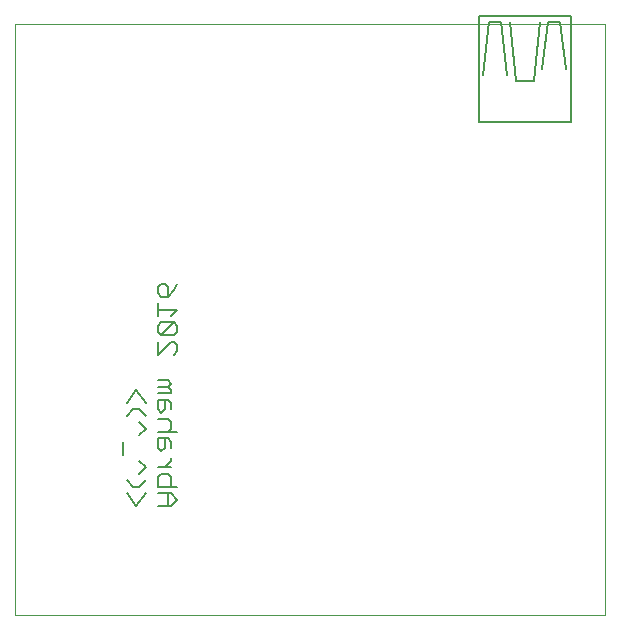
<source format=gbo>
G75*
%MOIN*%
%OFA0B0*%
%FSLAX25Y25*%
%IPPOS*%
%LPD*%
%AMOC8*
5,1,8,0,0,1.08239X$1,22.5*
%
%ADD10C,0.00000*%
%ADD11C,0.00600*%
%ADD12C,0.00500*%
D10*
X0001800Y0001800D02*
X0001800Y0198650D01*
X0198650Y0198650D01*
X0198650Y0001800D01*
X0001800Y0001800D01*
D11*
X0042303Y0038100D02*
X0039100Y0042370D01*
X0041235Y0044545D02*
X0043370Y0044545D01*
X0045505Y0046681D01*
X0043370Y0048842D02*
X0045505Y0050978D01*
X0043370Y0053113D01*
X0038032Y0055288D02*
X0038032Y0059558D01*
X0043370Y0061733D02*
X0045505Y0063869D01*
X0043370Y0066004D01*
X0045505Y0068179D02*
X0043370Y0070314D01*
X0041235Y0070314D01*
X0039100Y0068179D01*
X0039100Y0072476D02*
X0042303Y0076746D01*
X0045505Y0072476D01*
X0049600Y0073524D02*
X0049600Y0070321D01*
X0050668Y0069253D01*
X0051735Y0070321D01*
X0051735Y0073524D01*
X0052803Y0073524D02*
X0049600Y0073524D01*
X0052803Y0073524D02*
X0053870Y0072456D01*
X0053870Y0070321D01*
X0052803Y0067078D02*
X0049600Y0067078D01*
X0052803Y0067078D02*
X0053870Y0066010D01*
X0053870Y0063875D01*
X0052803Y0062808D01*
X0052803Y0060633D02*
X0049600Y0060633D01*
X0049600Y0057430D01*
X0050668Y0056362D01*
X0051735Y0057430D01*
X0051735Y0060633D01*
X0052803Y0060633D02*
X0053870Y0059565D01*
X0053870Y0057430D01*
X0053870Y0054194D02*
X0053870Y0053126D01*
X0051735Y0050991D01*
X0049600Y0050991D02*
X0053870Y0050991D01*
X0052803Y0048816D02*
X0053870Y0047748D01*
X0053870Y0044545D01*
X0056005Y0044545D02*
X0049600Y0044545D01*
X0049600Y0047748D01*
X0050668Y0048816D01*
X0052803Y0048816D01*
X0052803Y0042370D02*
X0052803Y0038100D01*
X0053870Y0038100D02*
X0049600Y0038100D01*
X0049600Y0042370D02*
X0053870Y0042370D01*
X0056005Y0040235D01*
X0053870Y0038100D01*
X0045505Y0042370D02*
X0042303Y0038100D01*
X0041235Y0044545D02*
X0039100Y0046681D01*
X0049600Y0062808D02*
X0056005Y0062808D01*
X0053870Y0075699D02*
X0049600Y0075699D01*
X0049600Y0077834D02*
X0052803Y0077834D01*
X0053870Y0078901D01*
X0052803Y0079969D01*
X0049600Y0079969D01*
X0052803Y0077834D02*
X0053870Y0076766D01*
X0053870Y0075699D01*
X0054938Y0088590D02*
X0056005Y0089657D01*
X0056005Y0091792D01*
X0054938Y0092860D01*
X0053870Y0092860D01*
X0049600Y0088590D01*
X0049600Y0092860D01*
X0050668Y0095035D02*
X0054938Y0099306D01*
X0050668Y0099306D01*
X0049600Y0098238D01*
X0049600Y0096103D01*
X0050668Y0095035D01*
X0054938Y0095035D01*
X0056005Y0096103D01*
X0056005Y0098238D01*
X0054938Y0099306D01*
X0053870Y0101481D02*
X0056005Y0103616D01*
X0049600Y0103616D01*
X0049600Y0101481D02*
X0049600Y0105751D01*
X0050668Y0107926D02*
X0049600Y0108994D01*
X0049600Y0111129D01*
X0050668Y0112197D01*
X0051735Y0112197D01*
X0052803Y0111129D01*
X0052803Y0107926D01*
X0050668Y0107926D01*
X0052803Y0107926D02*
X0054938Y0110061D01*
X0056005Y0112197D01*
D12*
X0156446Y0166131D02*
X0156446Y0201564D01*
X0187154Y0201564D01*
X0187154Y0166131D01*
X0156446Y0166131D01*
X0168847Y0179910D02*
X0166879Y0199595D01*
X0163926Y0199595D02*
X0165894Y0181879D01*
X0168847Y0179910D02*
X0174753Y0179910D01*
X0176721Y0199595D01*
X0179674Y0199595D02*
X0177706Y0183847D01*
X0185580Y0183847D02*
X0183611Y0199595D01*
X0179674Y0199595D01*
X0163926Y0199595D02*
X0159989Y0199595D01*
X0158020Y0181879D01*
M02*

</source>
